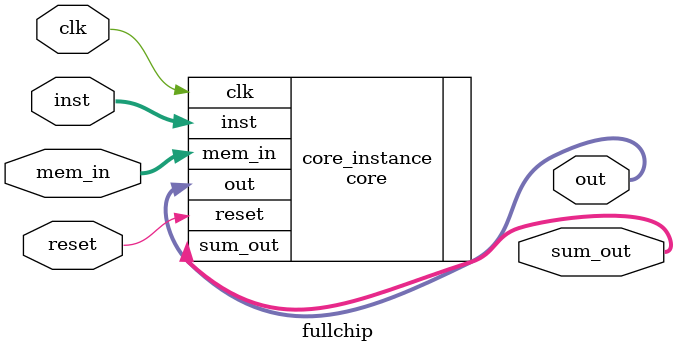
<source format=v>
module fullchip (clk, sum_out, mem_in, out, inst, reset);

parameter col = 8;
parameter bw = 8;
parameter bw_psum = 2*bw+4;
parameter pr = 16;

input  clk; 
input  [pr*bw-1:0] mem_in; 
input  [16:0] inst; 
input  reset;
output [bw_psum+3:0] sum_out;
output [bw_psum*col-1:0] out;


core #(.bw(bw), .bw_psum(bw_psum), .col(col), .pr(pr)) core_instance (
      .reset(reset), 
      .clk(clk), 
      .mem_in(mem_in), 
      .inst(inst),
      .sum_out(sum_out),
      .out(out)
);

endmodule

</source>
